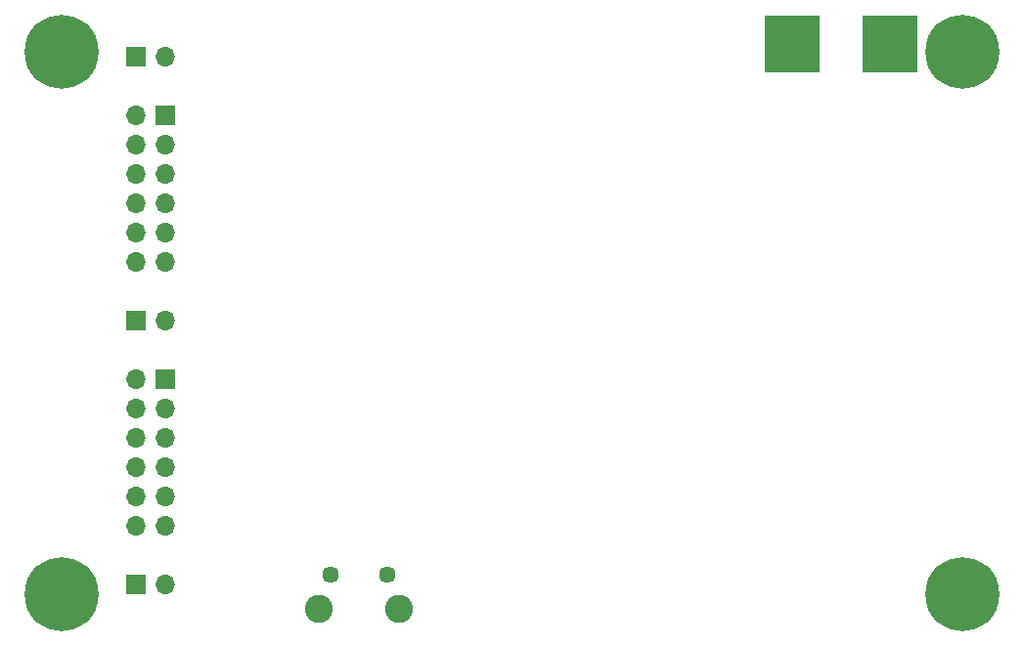
<source format=gbr>
%TF.GenerationSoftware,KiCad,Pcbnew,8.0.3*%
%TF.CreationDate,2024-07-17T08:28:56+07:00*%
%TF.ProjectId,msi_SDR_ADC,6d73695f-5344-4525-9f41-44432e6b6963,R0.1*%
%TF.SameCoordinates,PX72ade90PY75c75e0*%
%TF.FileFunction,Soldermask,Bot*%
%TF.FilePolarity,Negative*%
%FSLAX46Y46*%
G04 Gerber Fmt 4.6, Leading zero omitted, Abs format (unit mm)*
G04 Created by KiCad (PCBNEW 8.0.3) date 2024-07-17 08:28:56*
%MOMM*%
%LPD*%
G01*
G04 APERTURE LIST*
%ADD10R,1.700000X1.700000*%
%ADD11O,1.700000X1.700000*%
%ADD12C,2.425000*%
%ADD13C,1.450000*%
%ADD14C,0.800000*%
%ADD15C,6.400000*%
%ADD16R,4.800000X4.900000*%
G04 APERTURE END LIST*
D10*
%TO.C,J4*%
X12540000Y45030000D03*
D11*
X10000000Y45030000D03*
X12540000Y42490000D03*
X10000000Y42490000D03*
X12540000Y39950000D03*
X10000000Y39950000D03*
X12540000Y37410000D03*
X10000000Y37410000D03*
X12540000Y34870000D03*
X10000000Y34870000D03*
X12540000Y32330000D03*
X10000000Y32330000D03*
%TD*%
D10*
%TO.C,J3*%
X10000000Y50120000D03*
D11*
X12540000Y50120000D03*
%TD*%
D10*
%TO.C,J6*%
X12540000Y22170000D03*
D11*
X10000000Y22170000D03*
X12540000Y19630000D03*
X10000000Y19630000D03*
X12540000Y17090000D03*
X10000000Y17090000D03*
X12540000Y14550000D03*
X10000000Y14550000D03*
X12540000Y12010000D03*
X10000000Y12010000D03*
X12540000Y9470000D03*
X10000000Y9470000D03*
%TD*%
D12*
%TO.C,J2*%
X25750000Y2250000D03*
D13*
X26837000Y5250000D03*
X31687000Y5250000D03*
D12*
X32774000Y2250000D03*
%TD*%
D10*
%TO.C,J7*%
X10000000Y4390000D03*
D11*
X12540000Y4390000D03*
%TD*%
D14*
%TO.C,REF\u002A\u002A*%
X79100000Y3500000D03*
X79802944Y5197056D03*
X79802944Y1802944D03*
X81500000Y5900000D03*
D15*
X81500000Y3500000D03*
D14*
X81500000Y1100000D03*
X83197056Y5197056D03*
X83197056Y1802944D03*
X83900000Y3500000D03*
%TD*%
%TO.C,REF\u002A\u002A*%
X1100000Y3500000D03*
X1802944Y5197056D03*
X1802944Y1802944D03*
X3500000Y5900000D03*
D15*
X3500000Y3500000D03*
D14*
X3500000Y1100000D03*
X5197056Y5197056D03*
X5197056Y1802944D03*
X5900000Y3500000D03*
%TD*%
D16*
%TO.C,J1*%
X75250000Y51175000D03*
X66750000Y51175000D03*
%TD*%
D14*
%TO.C,REF\u002A\u002A*%
X1100000Y50500000D03*
X1802944Y52197056D03*
X1802944Y48802944D03*
X3500000Y52900000D03*
D15*
X3500000Y50500000D03*
D14*
X3500000Y48100000D03*
X5197056Y52197056D03*
X5197056Y48802944D03*
X5900000Y50500000D03*
%TD*%
%TO.C,REF\u002A\u002A*%
X79100000Y50500000D03*
X79802944Y52197056D03*
X79802944Y48802944D03*
X81500000Y52900000D03*
D15*
X81500000Y50500000D03*
D14*
X81500000Y48100000D03*
X83197056Y52197056D03*
X83197056Y48802944D03*
X83900000Y50500000D03*
%TD*%
D10*
%TO.C,J5*%
X10000000Y27250000D03*
D11*
X12540000Y27250000D03*
%TD*%
M02*

</source>
